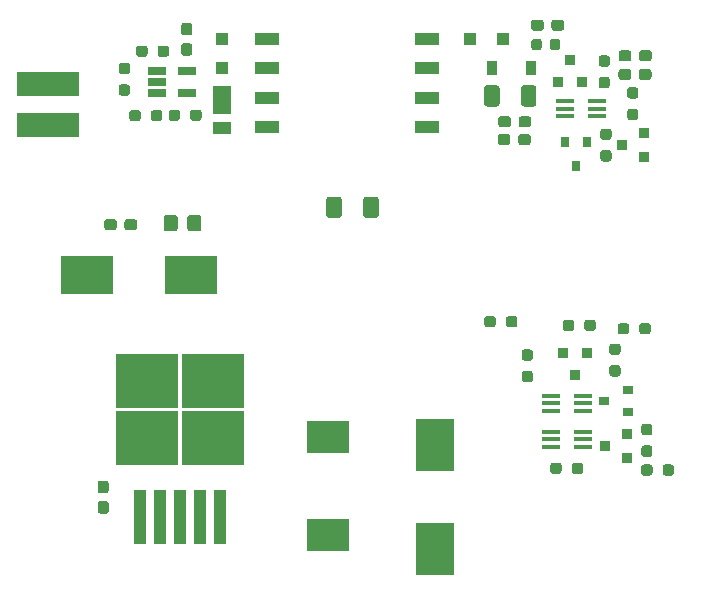
<source format=gtp>
%TF.GenerationSoftware,KiCad,Pcbnew,5.1.10*%
%TF.CreationDate,2021-12-10T15:48:24+01:00*%
%TF.ProjectId,Voeding,566f6564-696e-4672-9e6b-696361645f70,rev?*%
%TF.SameCoordinates,Original*%
%TF.FileFunction,Paste,Top*%
%TF.FilePolarity,Positive*%
%FSLAX46Y46*%
G04 Gerber Fmt 4.6, Leading zero omitted, Abs format (unit mm)*
G04 Created by KiCad (PCBNEW 5.1.10) date 2021-12-10 15:48:24*
%MOMM*%
%LPD*%
G01*
G04 APERTURE LIST*
%ADD10R,0.889000X0.812800*%
%ADD11R,1.500000X0.400000*%
%ADD12R,0.812800X0.889000*%
%ADD13R,5.250000X4.550000*%
%ADD14R,1.100000X4.600000*%
%ADD15R,1.599999X0.650001*%
%ADD16R,2.080000X1.070000*%
%ADD17R,0.900000X0.800000*%
%ADD18R,5.300000X2.000000*%
%ADD19R,3.600000X2.700000*%
%ADD20R,0.900000X1.200000*%
%ADD21R,1.100000X1.100000*%
%ADD22R,3.300000X4.500000*%
%ADD23R,1.500000X1.050000*%
%ADD24R,1.500000X2.400000*%
%ADD25R,1.000000X1.000000*%
%ADD26R,0.800000X0.900000*%
%ADD27R,4.500000X3.300000*%
G04 APERTURE END LIST*
D10*
%TO.C,U3*%
X136916279Y-80435559D03*
X136916279Y-78385561D03*
X135026280Y-79410560D03*
%TD*%
%TO.C,U8*%
X136453641Y-53933199D03*
X138343640Y-52908200D03*
X138343640Y-54958198D03*
%TD*%
D11*
%TO.C,U6*%
X130501080Y-79542400D03*
X130501080Y-78892400D03*
X130501080Y-78242400D03*
X133161080Y-78242400D03*
X133161080Y-78892400D03*
X133161080Y-79542400D03*
%TD*%
%TO.C,U5*%
X130480760Y-76484240D03*
X130480760Y-75834240D03*
X130480760Y-75184240D03*
X133140760Y-75184240D03*
X133140760Y-75834240D03*
X133140760Y-76484240D03*
%TD*%
D12*
%TO.C,U4*%
X133502400Y-71561960D03*
X131452402Y-71561960D03*
X132477401Y-73451959D03*
%TD*%
D13*
%TO.C,U2*%
X101854000Y-78771000D03*
X96304000Y-73921000D03*
X96304000Y-78771000D03*
X101854000Y-73921000D03*
D14*
X102479000Y-85496000D03*
X100779000Y-85496000D03*
X99079000Y-85496000D03*
X97379000Y-85496000D03*
X95679000Y-85496000D03*
%TD*%
D15*
%TO.C,U1*%
X99625000Y-47674999D03*
X99625000Y-49574998D03*
X97125000Y-49574998D03*
X97125000Y-48624999D03*
X97125000Y-47674999D03*
%TD*%
D16*
%TO.C,T1*%
X106440001Y-52455001D03*
X106440001Y-49965001D03*
X106440001Y-47475001D03*
X106440001Y-44985001D03*
X120000001Y-44985001D03*
X120000001Y-47475001D03*
X120000001Y-49965001D03*
X120000001Y-52455001D03*
%TD*%
%TO.C,R20*%
G36*
G01*
X137942500Y-69757500D02*
X137942500Y-69282500D01*
G75*
G02*
X138180000Y-69045000I237500J0D01*
G01*
X138680000Y-69045000D01*
G75*
G02*
X138917500Y-69282500I0J-237500D01*
G01*
X138917500Y-69757500D01*
G75*
G02*
X138680000Y-69995000I-237500J0D01*
G01*
X138180000Y-69995000D01*
G75*
G02*
X137942500Y-69757500I0J237500D01*
G01*
G37*
G36*
G01*
X136117500Y-69757500D02*
X136117500Y-69282500D01*
G75*
G02*
X136355000Y-69045000I237500J0D01*
G01*
X136855000Y-69045000D01*
G75*
G02*
X137092500Y-69282500I0J-237500D01*
G01*
X137092500Y-69757500D01*
G75*
G02*
X136855000Y-69995000I-237500J0D01*
G01*
X136355000Y-69995000D01*
G75*
G02*
X136117500Y-69757500I0J237500D01*
G01*
G37*
%TD*%
%TO.C,R19*%
G36*
G01*
X125802500Y-68682500D02*
X125802500Y-69157500D01*
G75*
G02*
X125565000Y-69395000I-237500J0D01*
G01*
X125065000Y-69395000D01*
G75*
G02*
X124827500Y-69157500I0J237500D01*
G01*
X124827500Y-68682500D01*
G75*
G02*
X125065000Y-68445000I237500J0D01*
G01*
X125565000Y-68445000D01*
G75*
G02*
X125802500Y-68682500I0J-237500D01*
G01*
G37*
G36*
G01*
X127627500Y-68682500D02*
X127627500Y-69157500D01*
G75*
G02*
X127390000Y-69395000I-237500J0D01*
G01*
X126890000Y-69395000D01*
G75*
G02*
X126652500Y-69157500I0J237500D01*
G01*
X126652500Y-68682500D01*
G75*
G02*
X126890000Y-68445000I237500J0D01*
G01*
X127390000Y-68445000D01*
G75*
G02*
X127627500Y-68682500I0J-237500D01*
G01*
G37*
%TD*%
%TO.C,R17*%
G36*
G01*
X132442500Y-68992500D02*
X132442500Y-69467500D01*
G75*
G02*
X132205000Y-69705000I-237500J0D01*
G01*
X131705000Y-69705000D01*
G75*
G02*
X131467500Y-69467500I0J237500D01*
G01*
X131467500Y-68992500D01*
G75*
G02*
X131705000Y-68755000I237500J0D01*
G01*
X132205000Y-68755000D01*
G75*
G02*
X132442500Y-68992500I0J-237500D01*
G01*
G37*
G36*
G01*
X134267500Y-68992500D02*
X134267500Y-69467500D01*
G75*
G02*
X134030000Y-69705000I-237500J0D01*
G01*
X133530000Y-69705000D01*
G75*
G02*
X133292500Y-69467500I0J237500D01*
G01*
X133292500Y-68992500D01*
G75*
G02*
X133530000Y-68755000I237500J0D01*
G01*
X134030000Y-68755000D01*
G75*
G02*
X134267500Y-68992500I0J-237500D01*
G01*
G37*
%TD*%
%TO.C,R15*%
G36*
G01*
X134737500Y-48187500D02*
X135212500Y-48187500D01*
G75*
G02*
X135450000Y-48425000I0J-237500D01*
G01*
X135450000Y-48925000D01*
G75*
G02*
X135212500Y-49162500I-237500J0D01*
G01*
X134737500Y-49162500D01*
G75*
G02*
X134500000Y-48925000I0J237500D01*
G01*
X134500000Y-48425000D01*
G75*
G02*
X134737500Y-48187500I237500J0D01*
G01*
G37*
G36*
G01*
X134737500Y-46362500D02*
X135212500Y-46362500D01*
G75*
G02*
X135450000Y-46600000I0J-237500D01*
G01*
X135450000Y-47100000D01*
G75*
G02*
X135212500Y-47337500I-237500J0D01*
G01*
X134737500Y-47337500D01*
G75*
G02*
X134500000Y-47100000I0J237500D01*
G01*
X134500000Y-46600000D01*
G75*
G02*
X134737500Y-46362500I237500J0D01*
G01*
G37*
%TD*%
%TO.C,R14*%
G36*
G01*
X137637500Y-50037500D02*
X137162500Y-50037500D01*
G75*
G02*
X136925000Y-49800000I0J237500D01*
G01*
X136925000Y-49300000D01*
G75*
G02*
X137162500Y-49062500I237500J0D01*
G01*
X137637500Y-49062500D01*
G75*
G02*
X137875000Y-49300000I0J-237500D01*
G01*
X137875000Y-49800000D01*
G75*
G02*
X137637500Y-50037500I-237500J0D01*
G01*
G37*
G36*
G01*
X137637500Y-51862500D02*
X137162500Y-51862500D01*
G75*
G02*
X136925000Y-51625000I0J237500D01*
G01*
X136925000Y-51125000D01*
G75*
G02*
X137162500Y-50887500I237500J0D01*
G01*
X137637500Y-50887500D01*
G75*
G02*
X137875000Y-51125000I0J-237500D01*
G01*
X137875000Y-51625000D01*
G75*
G02*
X137637500Y-51862500I-237500J0D01*
G01*
G37*
%TD*%
%TO.C,R12*%
G36*
G01*
X134887500Y-54387500D02*
X135362500Y-54387500D01*
G75*
G02*
X135600000Y-54625000I0J-237500D01*
G01*
X135600000Y-55125000D01*
G75*
G02*
X135362500Y-55362500I-237500J0D01*
G01*
X134887500Y-55362500D01*
G75*
G02*
X134650000Y-55125000I0J237500D01*
G01*
X134650000Y-54625000D01*
G75*
G02*
X134887500Y-54387500I237500J0D01*
G01*
G37*
G36*
G01*
X134887500Y-52562500D02*
X135362500Y-52562500D01*
G75*
G02*
X135600000Y-52800000I0J-237500D01*
G01*
X135600000Y-53300000D01*
G75*
G02*
X135362500Y-53537500I-237500J0D01*
G01*
X134887500Y-53537500D01*
G75*
G02*
X134650000Y-53300000I0J237500D01*
G01*
X134650000Y-52800000D01*
G75*
G02*
X134887500Y-52562500I237500J0D01*
G01*
G37*
%TD*%
%TO.C,R11*%
G36*
G01*
X138352500Y-79392500D02*
X138827500Y-79392500D01*
G75*
G02*
X139065000Y-79630000I0J-237500D01*
G01*
X139065000Y-80130000D01*
G75*
G02*
X138827500Y-80367500I-237500J0D01*
G01*
X138352500Y-80367500D01*
G75*
G02*
X138115000Y-80130000I0J237500D01*
G01*
X138115000Y-79630000D01*
G75*
G02*
X138352500Y-79392500I237500J0D01*
G01*
G37*
G36*
G01*
X138352500Y-77567500D02*
X138827500Y-77567500D01*
G75*
G02*
X139065000Y-77805000I0J-237500D01*
G01*
X139065000Y-78305000D01*
G75*
G02*
X138827500Y-78542500I-237500J0D01*
G01*
X138352500Y-78542500D01*
G75*
G02*
X138115000Y-78305000I0J237500D01*
G01*
X138115000Y-77805000D01*
G75*
G02*
X138352500Y-77567500I237500J0D01*
G01*
G37*
%TD*%
%TO.C,R10*%
G36*
G01*
X139067500Y-81242500D02*
X139067500Y-81717500D01*
G75*
G02*
X138830000Y-81955000I-237500J0D01*
G01*
X138330000Y-81955000D01*
G75*
G02*
X138092500Y-81717500I0J237500D01*
G01*
X138092500Y-81242500D01*
G75*
G02*
X138330000Y-81005000I237500J0D01*
G01*
X138830000Y-81005000D01*
G75*
G02*
X139067500Y-81242500I0J-237500D01*
G01*
G37*
G36*
G01*
X140892500Y-81242500D02*
X140892500Y-81717500D01*
G75*
G02*
X140655000Y-81955000I-237500J0D01*
G01*
X140155000Y-81955000D01*
G75*
G02*
X139917500Y-81717500I0J237500D01*
G01*
X139917500Y-81242500D01*
G75*
G02*
X140155000Y-81005000I237500J0D01*
G01*
X140655000Y-81005000D01*
G75*
G02*
X140892500Y-81242500I0J-237500D01*
G01*
G37*
%TD*%
%TO.C,R9*%
G36*
G01*
X132222420Y-81573380D02*
X132222420Y-81098380D01*
G75*
G02*
X132459920Y-80860880I237500J0D01*
G01*
X132959920Y-80860880D01*
G75*
G02*
X133197420Y-81098380I0J-237500D01*
G01*
X133197420Y-81573380D01*
G75*
G02*
X132959920Y-81810880I-237500J0D01*
G01*
X132459920Y-81810880D01*
G75*
G02*
X132222420Y-81573380I0J237500D01*
G01*
G37*
G36*
G01*
X130397420Y-81573380D02*
X130397420Y-81098380D01*
G75*
G02*
X130634920Y-80860880I237500J0D01*
G01*
X131134920Y-80860880D01*
G75*
G02*
X131372420Y-81098380I0J-237500D01*
G01*
X131372420Y-81573380D01*
G75*
G02*
X131134920Y-81810880I-237500J0D01*
G01*
X130634920Y-81810880D01*
G75*
G02*
X130397420Y-81573380I0J237500D01*
G01*
G37*
%TD*%
%TO.C,R8*%
G36*
G01*
X128235700Y-73087420D02*
X128710700Y-73087420D01*
G75*
G02*
X128948200Y-73324920I0J-237500D01*
G01*
X128948200Y-73824920D01*
G75*
G02*
X128710700Y-74062420I-237500J0D01*
G01*
X128235700Y-74062420D01*
G75*
G02*
X127998200Y-73824920I0J237500D01*
G01*
X127998200Y-73324920D01*
G75*
G02*
X128235700Y-73087420I237500J0D01*
G01*
G37*
G36*
G01*
X128235700Y-71262420D02*
X128710700Y-71262420D01*
G75*
G02*
X128948200Y-71499920I0J-237500D01*
G01*
X128948200Y-71999920D01*
G75*
G02*
X128710700Y-72237420I-237500J0D01*
G01*
X128235700Y-72237420D01*
G75*
G02*
X127998200Y-71999920I0J237500D01*
G01*
X127998200Y-71499920D01*
G75*
G02*
X128235700Y-71262420I237500J0D01*
G01*
G37*
%TD*%
%TO.C,R7*%
G36*
G01*
X136122420Y-71746560D02*
X135647420Y-71746560D01*
G75*
G02*
X135409920Y-71509060I0J237500D01*
G01*
X135409920Y-71009060D01*
G75*
G02*
X135647420Y-70771560I237500J0D01*
G01*
X136122420Y-70771560D01*
G75*
G02*
X136359920Y-71009060I0J-237500D01*
G01*
X136359920Y-71509060D01*
G75*
G02*
X136122420Y-71746560I-237500J0D01*
G01*
G37*
G36*
G01*
X136122420Y-73571560D02*
X135647420Y-73571560D01*
G75*
G02*
X135409920Y-73334060I0J237500D01*
G01*
X135409920Y-72834060D01*
G75*
G02*
X135647420Y-72596560I237500J0D01*
G01*
X136122420Y-72596560D01*
G75*
G02*
X136359920Y-72834060I0J-237500D01*
G01*
X136359920Y-73334060D01*
G75*
G02*
X136122420Y-73571560I-237500J0D01*
G01*
G37*
%TD*%
%TO.C,R4*%
G36*
G01*
X99062500Y-51212500D02*
X99062500Y-51687500D01*
G75*
G02*
X98825000Y-51925000I-237500J0D01*
G01*
X98325000Y-51925000D01*
G75*
G02*
X98087500Y-51687500I0J237500D01*
G01*
X98087500Y-51212500D01*
G75*
G02*
X98325000Y-50975000I237500J0D01*
G01*
X98825000Y-50975000D01*
G75*
G02*
X99062500Y-51212500I0J-237500D01*
G01*
G37*
G36*
G01*
X100887500Y-51212500D02*
X100887500Y-51687500D01*
G75*
G02*
X100650000Y-51925000I-237500J0D01*
G01*
X100150000Y-51925000D01*
G75*
G02*
X99912500Y-51687500I0J237500D01*
G01*
X99912500Y-51212500D01*
G75*
G02*
X100150000Y-50975000I237500J0D01*
G01*
X100650000Y-50975000D01*
G75*
G02*
X100887500Y-51212500I0J-237500D01*
G01*
G37*
%TD*%
%TO.C,R3*%
G36*
G01*
X95737500Y-51237500D02*
X95737500Y-51712500D01*
G75*
G02*
X95500000Y-51950000I-237500J0D01*
G01*
X95000000Y-51950000D01*
G75*
G02*
X94762500Y-51712500I0J237500D01*
G01*
X94762500Y-51237500D01*
G75*
G02*
X95000000Y-51000000I237500J0D01*
G01*
X95500000Y-51000000D01*
G75*
G02*
X95737500Y-51237500I0J-237500D01*
G01*
G37*
G36*
G01*
X97562500Y-51237500D02*
X97562500Y-51712500D01*
G75*
G02*
X97325000Y-51950000I-237500J0D01*
G01*
X96825000Y-51950000D01*
G75*
G02*
X96587500Y-51712500I0J237500D01*
G01*
X96587500Y-51237500D01*
G75*
G02*
X96825000Y-51000000I237500J0D01*
G01*
X97325000Y-51000000D01*
G75*
G02*
X97562500Y-51237500I0J-237500D01*
G01*
G37*
%TD*%
%TO.C,R2*%
G36*
G01*
X94112500Y-48825000D02*
X94587500Y-48825000D01*
G75*
G02*
X94825000Y-49062500I0J-237500D01*
G01*
X94825000Y-49562500D01*
G75*
G02*
X94587500Y-49800000I-237500J0D01*
G01*
X94112500Y-49800000D01*
G75*
G02*
X93875000Y-49562500I0J237500D01*
G01*
X93875000Y-49062500D01*
G75*
G02*
X94112500Y-48825000I237500J0D01*
G01*
G37*
G36*
G01*
X94112500Y-47000000D02*
X94587500Y-47000000D01*
G75*
G02*
X94825000Y-47237500I0J-237500D01*
G01*
X94825000Y-47737500D01*
G75*
G02*
X94587500Y-47975000I-237500J0D01*
G01*
X94112500Y-47975000D01*
G75*
G02*
X93875000Y-47737500I0J237500D01*
G01*
X93875000Y-47237500D01*
G75*
G02*
X94112500Y-47000000I237500J0D01*
G01*
G37*
%TD*%
%TO.C,R1*%
G36*
G01*
X96312500Y-45787500D02*
X96312500Y-46262500D01*
G75*
G02*
X96075000Y-46500000I-237500J0D01*
G01*
X95575000Y-46500000D01*
G75*
G02*
X95337500Y-46262500I0J237500D01*
G01*
X95337500Y-45787500D01*
G75*
G02*
X95575000Y-45550000I237500J0D01*
G01*
X96075000Y-45550000D01*
G75*
G02*
X96312500Y-45787500I0J-237500D01*
G01*
G37*
G36*
G01*
X98137500Y-45787500D02*
X98137500Y-46262500D01*
G75*
G02*
X97900000Y-46500000I-237500J0D01*
G01*
X97400000Y-46500000D01*
G75*
G02*
X97162500Y-46262500I0J237500D01*
G01*
X97162500Y-45787500D01*
G75*
G02*
X97400000Y-45550000I237500J0D01*
G01*
X97900000Y-45550000D01*
G75*
G02*
X98137500Y-45787500I0J-237500D01*
G01*
G37*
%TD*%
D17*
%TO.C,Q1*%
X134975000Y-75650000D03*
X136975000Y-74700000D03*
X136975000Y-76600000D03*
%TD*%
D18*
%TO.C,L2*%
X87889080Y-52298480D03*
X87889080Y-48798480D03*
%TD*%
D19*
%TO.C,L1*%
X111566960Y-78684480D03*
X111566960Y-86984480D03*
%TD*%
%TO.C,FB1*%
G36*
G01*
X99669040Y-61029001D02*
X99669040Y-60128999D01*
G75*
G02*
X99919039Y-59879000I249999J0D01*
G01*
X100619041Y-59879000D01*
G75*
G02*
X100869040Y-60128999I0J-249999D01*
G01*
X100869040Y-61029001D01*
G75*
G02*
X100619041Y-61279000I-249999J0D01*
G01*
X99919039Y-61279000D01*
G75*
G02*
X99669040Y-61029001I0J249999D01*
G01*
G37*
G36*
G01*
X97669040Y-61029001D02*
X97669040Y-60128999D01*
G75*
G02*
X97919039Y-59879000I249999J0D01*
G01*
X98619041Y-59879000D01*
G75*
G02*
X98869040Y-60128999I0J-249999D01*
G01*
X98869040Y-61029001D01*
G75*
G02*
X98619041Y-61279000I-249999J0D01*
G01*
X97919039Y-61279000D01*
G75*
G02*
X97669040Y-61029001I0J249999D01*
G01*
G37*
%TD*%
%TO.C,F1*%
G36*
G01*
X129687500Y-45193750D02*
X129687500Y-45706250D01*
G75*
G02*
X129468750Y-45925000I-218750J0D01*
G01*
X129031250Y-45925000D01*
G75*
G02*
X128812500Y-45706250I0J218750D01*
G01*
X128812500Y-45193750D01*
G75*
G02*
X129031250Y-44975000I218750J0D01*
G01*
X129468750Y-44975000D01*
G75*
G02*
X129687500Y-45193750I0J-218750D01*
G01*
G37*
G36*
G01*
X131262500Y-45193750D02*
X131262500Y-45706250D01*
G75*
G02*
X131043750Y-45925000I-218750J0D01*
G01*
X130606250Y-45925000D01*
G75*
G02*
X130387500Y-45706250I0J218750D01*
G01*
X130387500Y-45193750D01*
G75*
G02*
X130606250Y-44975000I218750J0D01*
G01*
X131043750Y-44975000D01*
G75*
G02*
X131262500Y-45193750I0J-218750D01*
G01*
G37*
%TD*%
D20*
%TO.C,D5*%
X125475000Y-47400000D03*
X128775000Y-47400000D03*
%TD*%
D21*
%TO.C,D4*%
X123600000Y-45000000D03*
X126400000Y-45000000D03*
%TD*%
D22*
%TO.C,D3*%
X120629680Y-79394600D03*
X120629680Y-88194600D03*
%TD*%
D23*
%TO.C,D2*%
X102600000Y-52525000D03*
D24*
X102600000Y-50150000D03*
%TD*%
D25*
%TO.C,D1*%
X102600000Y-44950000D03*
X102600000Y-47450000D03*
%TD*%
%TO.C,C13*%
G36*
G01*
X137911720Y-48228260D02*
X137911720Y-47753260D01*
G75*
G02*
X138149220Y-47515760I237500J0D01*
G01*
X138749220Y-47515760D01*
G75*
G02*
X138986720Y-47753260I0J-237500D01*
G01*
X138986720Y-48228260D01*
G75*
G02*
X138749220Y-48465760I-237500J0D01*
G01*
X138149220Y-48465760D01*
G75*
G02*
X137911720Y-48228260I0J237500D01*
G01*
G37*
G36*
G01*
X136186720Y-48228260D02*
X136186720Y-47753260D01*
G75*
G02*
X136424220Y-47515760I237500J0D01*
G01*
X137024220Y-47515760D01*
G75*
G02*
X137261720Y-47753260I0J-237500D01*
G01*
X137261720Y-48228260D01*
G75*
G02*
X137024220Y-48465760I-237500J0D01*
G01*
X136424220Y-48465760D01*
G75*
G02*
X136186720Y-48228260I0J237500D01*
G01*
G37*
%TD*%
%TO.C,C12*%
G36*
G01*
X137933140Y-46648380D02*
X137933140Y-46173380D01*
G75*
G02*
X138170640Y-45935880I237500J0D01*
G01*
X138770640Y-45935880D01*
G75*
G02*
X139008140Y-46173380I0J-237500D01*
G01*
X139008140Y-46648380D01*
G75*
G02*
X138770640Y-46885880I-237500J0D01*
G01*
X138170640Y-46885880D01*
G75*
G02*
X137933140Y-46648380I0J237500D01*
G01*
G37*
G36*
G01*
X136208140Y-46648380D02*
X136208140Y-46173380D01*
G75*
G02*
X136445640Y-45935880I237500J0D01*
G01*
X137045640Y-45935880D01*
G75*
G02*
X137283140Y-46173380I0J-237500D01*
G01*
X137283140Y-46648380D01*
G75*
G02*
X137045640Y-46885880I-237500J0D01*
G01*
X136445640Y-46885880D01*
G75*
G02*
X136208140Y-46648380I0J237500D01*
G01*
G37*
%TD*%
%TO.C,C11*%
G36*
G01*
X129862500Y-43582500D02*
X129862500Y-44057500D01*
G75*
G02*
X129625000Y-44295000I-237500J0D01*
G01*
X129025000Y-44295000D01*
G75*
G02*
X128787500Y-44057500I0J237500D01*
G01*
X128787500Y-43582500D01*
G75*
G02*
X129025000Y-43345000I237500J0D01*
G01*
X129625000Y-43345000D01*
G75*
G02*
X129862500Y-43582500I0J-237500D01*
G01*
G37*
G36*
G01*
X131587500Y-43582500D02*
X131587500Y-44057500D01*
G75*
G02*
X131350000Y-44295000I-237500J0D01*
G01*
X130750000Y-44295000D01*
G75*
G02*
X130512500Y-44057500I0J237500D01*
G01*
X130512500Y-43582500D01*
G75*
G02*
X130750000Y-43345000I237500J0D01*
G01*
X131350000Y-43345000D01*
G75*
G02*
X131587500Y-43582500I0J-237500D01*
G01*
G37*
%TD*%
%TO.C,C10*%
G36*
G01*
X112767140Y-58577719D02*
X112767140Y-59877721D01*
G75*
G02*
X112517141Y-60127720I-249999J0D01*
G01*
X111692139Y-60127720D01*
G75*
G02*
X111442140Y-59877721I0J249999D01*
G01*
X111442140Y-58577719D01*
G75*
G02*
X111692139Y-58327720I249999J0D01*
G01*
X112517141Y-58327720D01*
G75*
G02*
X112767140Y-58577719I0J-249999D01*
G01*
G37*
G36*
G01*
X115892140Y-58577719D02*
X115892140Y-59877721D01*
G75*
G02*
X115642141Y-60127720I-249999J0D01*
G01*
X114817139Y-60127720D01*
G75*
G02*
X114567140Y-59877721I0J249999D01*
G01*
X114567140Y-58577719D01*
G75*
G02*
X114817139Y-58327720I249999J0D01*
G01*
X115642141Y-58327720D01*
G75*
G02*
X115892140Y-58577719I0J-249999D01*
G01*
G37*
%TD*%
%TO.C,C9*%
G36*
G01*
X99862500Y-44687500D02*
X99387500Y-44687500D01*
G75*
G02*
X99150000Y-44450000I0J237500D01*
G01*
X99150000Y-43850000D01*
G75*
G02*
X99387500Y-43612500I237500J0D01*
G01*
X99862500Y-43612500D01*
G75*
G02*
X100100000Y-43850000I0J-237500D01*
G01*
X100100000Y-44450000D01*
G75*
G02*
X99862500Y-44687500I-237500J0D01*
G01*
G37*
G36*
G01*
X99862500Y-46412500D02*
X99387500Y-46412500D01*
G75*
G02*
X99150000Y-46175000I0J237500D01*
G01*
X99150000Y-45575000D01*
G75*
G02*
X99387500Y-45337500I237500J0D01*
G01*
X99862500Y-45337500D01*
G75*
G02*
X100100000Y-45575000I0J-237500D01*
G01*
X100100000Y-46175000D01*
G75*
G02*
X99862500Y-46412500I-237500J0D01*
G01*
G37*
%TD*%
%TO.C,C7*%
G36*
G01*
X93711980Y-60473580D02*
X93711980Y-60948580D01*
G75*
G02*
X93474480Y-61186080I-237500J0D01*
G01*
X92874480Y-61186080D01*
G75*
G02*
X92636980Y-60948580I0J237500D01*
G01*
X92636980Y-60473580D01*
G75*
G02*
X92874480Y-60236080I237500J0D01*
G01*
X93474480Y-60236080D01*
G75*
G02*
X93711980Y-60473580I0J-237500D01*
G01*
G37*
G36*
G01*
X95436980Y-60473580D02*
X95436980Y-60948580D01*
G75*
G02*
X95199480Y-61186080I-237500J0D01*
G01*
X94599480Y-61186080D01*
G75*
G02*
X94361980Y-60948580I0J237500D01*
G01*
X94361980Y-60473580D01*
G75*
G02*
X94599480Y-60236080I237500J0D01*
G01*
X95199480Y-60236080D01*
G75*
G02*
X95436980Y-60473580I0J-237500D01*
G01*
G37*
%TD*%
%TO.C,C6*%
G36*
G01*
X127037500Y-53262500D02*
X127037500Y-53737500D01*
G75*
G02*
X126800000Y-53975000I-237500J0D01*
G01*
X126200000Y-53975000D01*
G75*
G02*
X125962500Y-53737500I0J237500D01*
G01*
X125962500Y-53262500D01*
G75*
G02*
X126200000Y-53025000I237500J0D01*
G01*
X126800000Y-53025000D01*
G75*
G02*
X127037500Y-53262500I0J-237500D01*
G01*
G37*
G36*
G01*
X128762500Y-53262500D02*
X128762500Y-53737500D01*
G75*
G02*
X128525000Y-53975000I-237500J0D01*
G01*
X127925000Y-53975000D01*
G75*
G02*
X127687500Y-53737500I0J237500D01*
G01*
X127687500Y-53262500D01*
G75*
G02*
X127925000Y-53025000I237500J0D01*
G01*
X128525000Y-53025000D01*
G75*
G02*
X128762500Y-53262500I0J-237500D01*
G01*
G37*
%TD*%
%TO.C,C5*%
G36*
G01*
X127075000Y-51762500D02*
X127075000Y-52237500D01*
G75*
G02*
X126837500Y-52475000I-237500J0D01*
G01*
X126237500Y-52475000D01*
G75*
G02*
X126000000Y-52237500I0J237500D01*
G01*
X126000000Y-51762500D01*
G75*
G02*
X126237500Y-51525000I237500J0D01*
G01*
X126837500Y-51525000D01*
G75*
G02*
X127075000Y-51762500I0J-237500D01*
G01*
G37*
G36*
G01*
X128800000Y-51762500D02*
X128800000Y-52237500D01*
G75*
G02*
X128562500Y-52475000I-237500J0D01*
G01*
X127962500Y-52475000D01*
G75*
G02*
X127725000Y-52237500I0J237500D01*
G01*
X127725000Y-51762500D01*
G75*
G02*
X127962500Y-51525000I237500J0D01*
G01*
X128562500Y-51525000D01*
G75*
G02*
X128800000Y-51762500I0J-237500D01*
G01*
G37*
%TD*%
%TO.C,C4*%
G36*
G01*
X126117380Y-49149239D02*
X126117380Y-50449241D01*
G75*
G02*
X125867381Y-50699240I-249999J0D01*
G01*
X125042379Y-50699240D01*
G75*
G02*
X124792380Y-50449241I0J249999D01*
G01*
X124792380Y-49149239D01*
G75*
G02*
X125042379Y-48899240I249999J0D01*
G01*
X125867381Y-48899240D01*
G75*
G02*
X126117380Y-49149239I0J-249999D01*
G01*
G37*
G36*
G01*
X129242380Y-49149239D02*
X129242380Y-50449241D01*
G75*
G02*
X128992381Y-50699240I-249999J0D01*
G01*
X128167379Y-50699240D01*
G75*
G02*
X127917380Y-50449241I0J249999D01*
G01*
X127917380Y-49149239D01*
G75*
G02*
X128167379Y-48899240I249999J0D01*
G01*
X128992381Y-48899240D01*
G75*
G02*
X129242380Y-49149239I0J-249999D01*
G01*
G37*
%TD*%
%TO.C,C1*%
G36*
G01*
X92800180Y-83449280D02*
X92325180Y-83449280D01*
G75*
G02*
X92087680Y-83211780I0J237500D01*
G01*
X92087680Y-82611780D01*
G75*
G02*
X92325180Y-82374280I237500J0D01*
G01*
X92800180Y-82374280D01*
G75*
G02*
X93037680Y-82611780I0J-237500D01*
G01*
X93037680Y-83211780D01*
G75*
G02*
X92800180Y-83449280I-237500J0D01*
G01*
G37*
G36*
G01*
X92800180Y-85174280D02*
X92325180Y-85174280D01*
G75*
G02*
X92087680Y-84936780I0J237500D01*
G01*
X92087680Y-84336780D01*
G75*
G02*
X92325180Y-84099280I237500J0D01*
G01*
X92800180Y-84099280D01*
G75*
G02*
X93037680Y-84336780I0J-237500D01*
G01*
X93037680Y-84936780D01*
G75*
G02*
X92800180Y-85174280I-237500J0D01*
G01*
G37*
%TD*%
D26*
%TO.C,Q2*%
X133525000Y-53725000D03*
X131625000Y-53725000D03*
X132575000Y-55725000D03*
%TD*%
D12*
%TO.C,U9*%
X131025000Y-48614999D03*
X133074998Y-48614999D03*
X132049999Y-46725000D03*
%TD*%
D11*
%TO.C,U7*%
X131695000Y-50225000D03*
X131695000Y-50875000D03*
X131695000Y-51525000D03*
X134355000Y-51525000D03*
X134355000Y-50875000D03*
X134355000Y-50225000D03*
%TD*%
D27*
%TO.C,D6*%
X99954800Y-64983360D03*
X91154800Y-64983360D03*
%TD*%
M02*

</source>
